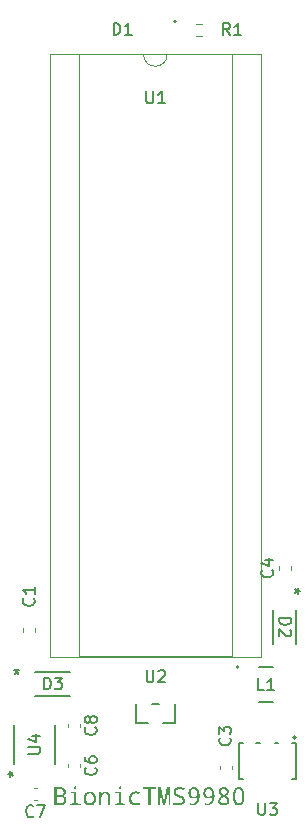
<source format=gbr>
G04 #@! TF.GenerationSoftware,KiCad,Pcbnew,8.0.4+dfsg-1*
G04 #@! TF.CreationDate,2025-03-02T18:02:47+09:00*
G04 #@! TF.ProjectId,bionic-tms9980,62696f6e-6963-42d7-946d-73393938302e,2*
G04 #@! TF.SameCoordinates,Original*
G04 #@! TF.FileFunction,Legend,Top*
G04 #@! TF.FilePolarity,Positive*
%FSLAX46Y46*%
G04 Gerber Fmt 4.6, Leading zero omitted, Abs format (unit mm)*
G04 Created by KiCad (PCBNEW 8.0.4+dfsg-1) date 2025-03-02 18:02:47*
%MOMM*%
%LPD*%
G01*
G04 APERTURE LIST*
%ADD10C,0.150000*%
%ADD11C,0.120000*%
%ADD12C,0.152400*%
G04 APERTURE END LIST*
D10*
G36*
X105677245Y-135799063D02*
G01*
X105754051Y-135805637D01*
X105836229Y-135819311D01*
X105907512Y-135839297D01*
X105976902Y-135870590D01*
X106002101Y-135886631D01*
X106057880Y-135938219D01*
X106097722Y-136003592D01*
X106121627Y-136082750D01*
X106129471Y-136163321D01*
X106129596Y-136175692D01*
X106121689Y-136253373D01*
X106094726Y-136328904D01*
X106048629Y-136394045D01*
X105992444Y-136441622D01*
X105925096Y-136475819D01*
X105846585Y-136496634D01*
X105829543Y-136499192D01*
X105829543Y-136509450D01*
X105909743Y-136527127D01*
X105979249Y-136552315D01*
X106051094Y-136594361D01*
X106106231Y-136648142D01*
X106144660Y-136713658D01*
X106166381Y-136790909D01*
X106171727Y-136861160D01*
X106167104Y-136934481D01*
X106150021Y-137012274D01*
X106120351Y-137081722D01*
X106078093Y-137142826D01*
X106040203Y-137181362D01*
X105978245Y-137226615D01*
X105907137Y-137260753D01*
X105826877Y-137283776D01*
X105750799Y-137294664D01*
X105682265Y-137297500D01*
X105139313Y-137297500D01*
X105139313Y-137133735D01*
X105332021Y-137133735D01*
X105648193Y-137133735D01*
X105723326Y-137129355D01*
X105803155Y-137111565D01*
X105878289Y-137072152D01*
X105930882Y-137013033D01*
X105960935Y-136934207D01*
X105968762Y-136853466D01*
X105960613Y-136778635D01*
X105929323Y-136705580D01*
X105874566Y-136650788D01*
X105796342Y-136614261D01*
X105713228Y-136597772D01*
X105635004Y-136593714D01*
X105332021Y-136593714D01*
X105332021Y-137133735D01*
X105139313Y-137133735D01*
X105139313Y-136429949D01*
X105332021Y-136429949D01*
X105624379Y-136429949D01*
X105699347Y-136426446D01*
X105777728Y-136412213D01*
X105849307Y-136380683D01*
X105858852Y-136373895D01*
X105906531Y-136316259D01*
X105928968Y-136241589D01*
X105932492Y-136188515D01*
X105923184Y-136112822D01*
X105888184Y-136044465D01*
X105853723Y-136013759D01*
X105781664Y-135981387D01*
X105701779Y-135965824D01*
X105624889Y-135960844D01*
X105603863Y-135960636D01*
X105332021Y-135960636D01*
X105332021Y-136429949D01*
X105139313Y-136429949D01*
X105139313Y-135796871D01*
X105592872Y-135796871D01*
X105677245Y-135799063D01*
G37*
G36*
X106912516Y-135703082D02*
G01*
X106987148Y-135725452D01*
X107019987Y-135792561D01*
X107021693Y-135819952D01*
X107003351Y-135892080D01*
X106989086Y-135908613D01*
X106920722Y-135937301D01*
X106912516Y-135937555D01*
X106841117Y-135918146D01*
X106804933Y-135853832D01*
X106802240Y-135819952D01*
X106820440Y-135744284D01*
X106886670Y-135704908D01*
X106912516Y-135703082D01*
G37*
G36*
X106817994Y-136319307D02*
G01*
X106540656Y-136297691D01*
X106540656Y-136172028D01*
X107005206Y-136172028D01*
X107005206Y-137150221D01*
X107367907Y-137170737D01*
X107367907Y-137297500D01*
X106463353Y-137297500D01*
X106463353Y-137170737D01*
X106817994Y-137150221D01*
X106817994Y-136319307D01*
G37*
G36*
X108236949Y-136154197D02*
G01*
X108312589Y-136171044D01*
X108382510Y-136199122D01*
X108446712Y-136238432D01*
X108505196Y-136288973D01*
X108523420Y-136308316D01*
X108572102Y-136371900D01*
X108610712Y-136442852D01*
X108639249Y-136521171D01*
X108657715Y-136606857D01*
X108665409Y-136683890D01*
X108666668Y-136732566D01*
X108663216Y-136815148D01*
X108652858Y-136892077D01*
X108635595Y-136963354D01*
X108605765Y-137041424D01*
X108565992Y-137111354D01*
X108525252Y-137163410D01*
X108469060Y-137216948D01*
X108406275Y-137259409D01*
X108336894Y-137290793D01*
X108260920Y-137311101D01*
X108178350Y-137320331D01*
X108149362Y-137320947D01*
X108068600Y-137315318D01*
X107993376Y-137298433D01*
X107923691Y-137270290D01*
X107859545Y-137230890D01*
X107800936Y-137180233D01*
X107782631Y-137160846D01*
X107733825Y-137096896D01*
X107695116Y-137025400D01*
X107666505Y-136946355D01*
X107650376Y-136874719D01*
X107641260Y-136797842D01*
X107639016Y-136732566D01*
X107832823Y-136732566D01*
X107835641Y-136809890D01*
X107848163Y-136901157D01*
X107870703Y-136978904D01*
X107912965Y-137057073D01*
X107970880Y-137114115D01*
X108044448Y-137150031D01*
X108133669Y-137164819D01*
X108153392Y-137165242D01*
X108228267Y-137158481D01*
X108307823Y-137131017D01*
X108371779Y-137082425D01*
X108420136Y-137012707D01*
X108447591Y-136941721D01*
X108465062Y-136857214D01*
X108472549Y-136759186D01*
X108472861Y-136732566D01*
X108470034Y-136656028D01*
X108457469Y-136565687D01*
X108434852Y-136488731D01*
X108392444Y-136411356D01*
X108334331Y-136354893D01*
X108260510Y-136319343D01*
X108170984Y-136304704D01*
X108151194Y-136304286D01*
X108076575Y-136310978D01*
X107997294Y-136338164D01*
X107933557Y-136386261D01*
X107885367Y-136455271D01*
X107858007Y-136525536D01*
X107840596Y-136609184D01*
X107833134Y-136706217D01*
X107832823Y-136732566D01*
X107639016Y-136732566D01*
X107642424Y-136650749D01*
X107652648Y-136574514D01*
X107673913Y-136490399D01*
X107704992Y-136414321D01*
X107745886Y-136346280D01*
X107778601Y-136305385D01*
X107834384Y-136252096D01*
X107897046Y-136209833D01*
X107966585Y-136178594D01*
X108043002Y-136158381D01*
X108126297Y-136149194D01*
X108155590Y-136148581D01*
X108236949Y-136154197D01*
G37*
G36*
X109695053Y-137297500D02*
G01*
X109695053Y-136571366D01*
X109689069Y-136494424D01*
X109666091Y-136419308D01*
X109617502Y-136355407D01*
X109545457Y-136317066D01*
X109465034Y-136304547D01*
X109449955Y-136304286D01*
X109375766Y-136310674D01*
X109296941Y-136336628D01*
X109233571Y-136382545D01*
X109185657Y-136448426D01*
X109153200Y-136534271D01*
X109138362Y-136617321D01*
X109133416Y-136713148D01*
X109133416Y-137297500D01*
X108945838Y-137297500D01*
X108945838Y-136172028D01*
X109097146Y-136172028D01*
X109124990Y-136321871D01*
X109135248Y-136321871D01*
X109179804Y-136262980D01*
X109243703Y-136209673D01*
X109320434Y-136172950D01*
X109396417Y-136154673D01*
X109481829Y-136148581D01*
X109575767Y-136155021D01*
X109657180Y-136174341D01*
X109726068Y-136206541D01*
X109794564Y-136264904D01*
X109835271Y-136326084D01*
X109863452Y-136400144D01*
X109879108Y-136487083D01*
X109882631Y-136560741D01*
X109882631Y-137297500D01*
X109695053Y-137297500D01*
G37*
G36*
X110693395Y-135703082D02*
G01*
X110768028Y-135725452D01*
X110800866Y-135792561D01*
X110802572Y-135819952D01*
X110784231Y-135892080D01*
X110769965Y-135908613D01*
X110701601Y-135937301D01*
X110693395Y-135937555D01*
X110621996Y-135918146D01*
X110585812Y-135853832D01*
X110583120Y-135819952D01*
X110601319Y-135744284D01*
X110667549Y-135704908D01*
X110693395Y-135703082D01*
G37*
G36*
X110598873Y-136319307D02*
G01*
X110321536Y-136297691D01*
X110321536Y-136172028D01*
X110786085Y-136172028D01*
X110786085Y-137150221D01*
X111148786Y-137170737D01*
X111148786Y-137297500D01*
X110244233Y-137297500D01*
X110244233Y-137170737D01*
X110598873Y-137150221D01*
X110598873Y-136319307D01*
G37*
G36*
X112394791Y-136209398D02*
G01*
X112331044Y-136372063D01*
X112255801Y-136345937D01*
X112184681Y-136327275D01*
X112109597Y-136315204D01*
X112054805Y-136312346D01*
X111965246Y-136319004D01*
X111887628Y-136338976D01*
X111821952Y-136372264D01*
X111756648Y-136432598D01*
X111717840Y-136495844D01*
X111690972Y-136572406D01*
X111676045Y-136662282D01*
X111672687Y-136738428D01*
X111675955Y-136813264D01*
X111690481Y-136901595D01*
X111716627Y-136976840D01*
X111765652Y-137052493D01*
X111832834Y-137107700D01*
X111918172Y-137142460D01*
X111999517Y-137155546D01*
X112044547Y-137157182D01*
X112125948Y-137153198D01*
X112208220Y-137141245D01*
X112280921Y-137124250D01*
X112354289Y-137101154D01*
X112375374Y-137093435D01*
X112375374Y-137258299D01*
X112302398Y-137285707D01*
X112221592Y-137305285D01*
X112144463Y-137315991D01*
X112061338Y-137320702D01*
X112036487Y-137320947D01*
X111956600Y-137317289D01*
X111882492Y-137306314D01*
X111801189Y-137283486D01*
X111728207Y-137250123D01*
X111663545Y-137206223D01*
X111625060Y-137171104D01*
X111575381Y-137110327D01*
X111535982Y-137040380D01*
X111506860Y-136961263D01*
X111490443Y-136888326D01*
X111481164Y-136809021D01*
X111478880Y-136740992D01*
X111482530Y-136653918D01*
X111493478Y-136573588D01*
X111511724Y-136500002D01*
X111543254Y-136420601D01*
X111585295Y-136350912D01*
X111628357Y-136300256D01*
X111688674Y-136248710D01*
X111757517Y-136207829D01*
X111834888Y-136177613D01*
X111920784Y-136158061D01*
X111998878Y-136149914D01*
X112048577Y-136148581D01*
X112127880Y-136151491D01*
X112205185Y-136160222D01*
X112280491Y-136174773D01*
X112353798Y-136195144D01*
X112394791Y-136209398D01*
G37*
G36*
X113290185Y-137297500D02*
G01*
X113097844Y-137297500D01*
X113097844Y-135965765D01*
X112667000Y-135965765D01*
X112667000Y-135796871D01*
X113719931Y-135796871D01*
X113719931Y-135965765D01*
X113290185Y-135965765D01*
X113290185Y-137297500D01*
G37*
G36*
X114370227Y-137297500D02*
G01*
X114084097Y-135984450D01*
X114075670Y-135978588D01*
X114081053Y-136061059D01*
X114085523Y-136137198D01*
X114089684Y-136220205D01*
X114092530Y-136294094D01*
X114094191Y-136368771D01*
X114094355Y-136396976D01*
X114094355Y-137297500D01*
X113938650Y-137297500D01*
X113938650Y-135796871D01*
X114193273Y-135796871D01*
X114448629Y-137019429D01*
X114454857Y-137019429D01*
X114712411Y-135796871D01*
X114972164Y-135796871D01*
X114972164Y-137297500D01*
X114814261Y-137297500D01*
X114814261Y-136383787D01*
X114815420Y-136309399D01*
X114817924Y-136230464D01*
X114821187Y-136148126D01*
X114824693Y-136069161D01*
X114828915Y-135980786D01*
X114820855Y-135980786D01*
X114529229Y-137297500D01*
X114370227Y-137297500D01*
G37*
G36*
X115227886Y-137250605D02*
G01*
X115227886Y-137068888D01*
X115309073Y-137098894D01*
X115389693Y-137122692D01*
X115469746Y-137140282D01*
X115549233Y-137151664D01*
X115628153Y-137156837D01*
X115654334Y-137157182D01*
X115738827Y-137153289D01*
X115812054Y-137141612D01*
X115887745Y-137116066D01*
X115955339Y-137069355D01*
X115997586Y-137005127D01*
X116014484Y-136923381D01*
X116014836Y-136908054D01*
X116004635Y-136834776D01*
X115966948Y-136766865D01*
X115942296Y-136743557D01*
X115874805Y-136701250D01*
X115803588Y-136667326D01*
X115725982Y-136635465D01*
X115648106Y-136606536D01*
X115571985Y-136577217D01*
X115504365Y-136545863D01*
X115436219Y-136506711D01*
X115372506Y-136458574D01*
X115340360Y-136426652D01*
X115295376Y-136362992D01*
X115265115Y-136289480D01*
X115250575Y-136215863D01*
X115247303Y-136155542D01*
X115253632Y-136080880D01*
X115276364Y-136004653D01*
X115315628Y-135938135D01*
X115371424Y-135881326D01*
X115379561Y-135874907D01*
X115442282Y-135835364D01*
X115514400Y-135805534D01*
X115595914Y-135785416D01*
X115673263Y-135775902D01*
X115742994Y-135773424D01*
X115829951Y-135776245D01*
X115913869Y-135784707D01*
X115994746Y-135798811D01*
X116072584Y-135818556D01*
X116147383Y-135843942D01*
X116171640Y-135853658D01*
X116105695Y-136022918D01*
X116032034Y-135995527D01*
X115960254Y-135973802D01*
X115878887Y-135955620D01*
X115800080Y-135945152D01*
X115734568Y-135942318D01*
X115647599Y-135947568D01*
X115575371Y-135963320D01*
X115508155Y-135996082D01*
X115456563Y-136053416D01*
X115433863Y-136131332D01*
X115432683Y-136157374D01*
X115442163Y-136230412D01*
X115477185Y-136300907D01*
X115500095Y-136326268D01*
X115563453Y-136371220D01*
X115630904Y-136405326D01*
X115704687Y-136436146D01*
X115778898Y-136463288D01*
X115854010Y-136491710D01*
X115933282Y-136526194D01*
X116000704Y-136561090D01*
X116064387Y-136602323D01*
X116117418Y-136650134D01*
X116162241Y-136715722D01*
X116190462Y-136792043D01*
X116201668Y-136869909D01*
X116202415Y-136897796D01*
X116195578Y-136980140D01*
X116175066Y-137054384D01*
X116140881Y-137120529D01*
X116093021Y-137178574D01*
X116059533Y-137208107D01*
X115991432Y-137252075D01*
X115923906Y-137281166D01*
X115847932Y-137302324D01*
X115763508Y-137315547D01*
X115686700Y-137320506D01*
X115654334Y-137320947D01*
X115571956Y-137319229D01*
X115495409Y-137314077D01*
X115411251Y-137303361D01*
X115335491Y-137287699D01*
X115257718Y-137263176D01*
X115227886Y-137250605D01*
G37*
G36*
X117040552Y-135779619D02*
G01*
X117115526Y-135798205D01*
X117183880Y-135829182D01*
X117245614Y-135872549D01*
X117300728Y-135928306D01*
X117317628Y-135949645D01*
X117362699Y-136020382D01*
X117398445Y-136100702D01*
X117421111Y-136174955D01*
X117437300Y-136255863D01*
X117447014Y-136343425D01*
X117450122Y-136418267D01*
X117450252Y-136437643D01*
X117447681Y-136544605D01*
X117439970Y-136644667D01*
X117427119Y-136737828D01*
X117409127Y-136824088D01*
X117385995Y-136903448D01*
X117357722Y-136975906D01*
X117324308Y-137041464D01*
X117264549Y-137126861D01*
X117193224Y-137196732D01*
X117110333Y-137251076D01*
X117015875Y-137289893D01*
X116909851Y-137313183D01*
X116832743Y-137320084D01*
X116792261Y-137320947D01*
X116716493Y-137318319D01*
X116642161Y-137308612D01*
X116614941Y-137302262D01*
X116614941Y-137141795D01*
X116686838Y-137164673D01*
X116761000Y-137173170D01*
X116786033Y-137173668D01*
X116868418Y-137168491D01*
X116942740Y-137152957D01*
X117019258Y-137121747D01*
X117084802Y-137076442D01*
X117132247Y-137026390D01*
X117177991Y-136953716D01*
X117209135Y-136878308D01*
X117229401Y-136806219D01*
X117244498Y-136725723D01*
X117254424Y-136636819D01*
X117258643Y-136559642D01*
X117246187Y-136559642D01*
X117197195Y-136627878D01*
X117136772Y-136679354D01*
X117064920Y-136714071D01*
X116981637Y-136732028D01*
X116928915Y-136734764D01*
X116845662Y-136728961D01*
X116770614Y-136711553D01*
X116694891Y-136677447D01*
X116629885Y-136628182D01*
X116615307Y-136613497D01*
X116565459Y-136547094D01*
X116533525Y-136479524D01*
X116512495Y-136403118D01*
X116502369Y-136317877D01*
X116501387Y-136279373D01*
X116682718Y-136279373D01*
X116688283Y-136357416D01*
X116707517Y-136431419D01*
X116744542Y-136497367D01*
X116753060Y-136507618D01*
X116814592Y-136556287D01*
X116885932Y-136581168D01*
X116954927Y-136587486D01*
X117032558Y-136579328D01*
X117101959Y-136554856D01*
X117163132Y-136514070D01*
X117174379Y-136503954D01*
X117224857Y-136443973D01*
X117256026Y-136372712D01*
X117263039Y-136315277D01*
X117257887Y-136240378D01*
X117239775Y-136162303D01*
X117208621Y-136090777D01*
X117180607Y-136046732D01*
X117129921Y-135991831D01*
X117063475Y-135951903D01*
X116986367Y-135934157D01*
X116961155Y-135933159D01*
X116884448Y-135941853D01*
X116813293Y-135971499D01*
X116755991Y-136022185D01*
X116717351Y-136085555D01*
X116694811Y-136155803D01*
X116684507Y-136228755D01*
X116682718Y-136279373D01*
X116501387Y-136279373D01*
X116501368Y-136278640D01*
X116505734Y-136194315D01*
X116518833Y-136116919D01*
X116540665Y-136046453D01*
X116577172Y-135973000D01*
X116625566Y-135908979D01*
X116683969Y-135856160D01*
X116750507Y-135816315D01*
X116825180Y-135789442D01*
X116907987Y-135775542D01*
X116958957Y-135773424D01*
X117040552Y-135779619D01*
G37*
G36*
X118300845Y-135779619D02*
G01*
X118375819Y-135798205D01*
X118444173Y-135829182D01*
X118505907Y-135872549D01*
X118561021Y-135928306D01*
X118577921Y-135949645D01*
X118622992Y-136020382D01*
X118658738Y-136100702D01*
X118681404Y-136174955D01*
X118697593Y-136255863D01*
X118707307Y-136343425D01*
X118710415Y-136418267D01*
X118710545Y-136437643D01*
X118707974Y-136544605D01*
X118700264Y-136644667D01*
X118687412Y-136737828D01*
X118669420Y-136824088D01*
X118646288Y-136903448D01*
X118618015Y-136975906D01*
X118584601Y-137041464D01*
X118524842Y-137126861D01*
X118453517Y-137196732D01*
X118370626Y-137251076D01*
X118276168Y-137289893D01*
X118170144Y-137313183D01*
X118093036Y-137320084D01*
X118052554Y-137320947D01*
X117976786Y-137318319D01*
X117902454Y-137308612D01*
X117875234Y-137302262D01*
X117875234Y-137141795D01*
X117947131Y-137164673D01*
X118021293Y-137173170D01*
X118046326Y-137173668D01*
X118128711Y-137168491D01*
X118203033Y-137152957D01*
X118279551Y-137121747D01*
X118345095Y-137076442D01*
X118392540Y-137026390D01*
X118438284Y-136953716D01*
X118469428Y-136878308D01*
X118489694Y-136806219D01*
X118504791Y-136725723D01*
X118514717Y-136636819D01*
X118518936Y-136559642D01*
X118506480Y-136559642D01*
X118457488Y-136627878D01*
X118397066Y-136679354D01*
X118325213Y-136714071D01*
X118241930Y-136732028D01*
X118189208Y-136734764D01*
X118105956Y-136728961D01*
X118030907Y-136711553D01*
X117955184Y-136677447D01*
X117890178Y-136628182D01*
X117875600Y-136613497D01*
X117825752Y-136547094D01*
X117793818Y-136479524D01*
X117772788Y-136403118D01*
X117762663Y-136317877D01*
X117761680Y-136279373D01*
X117943011Y-136279373D01*
X117948576Y-136357416D01*
X117967810Y-136431419D01*
X118004835Y-136497367D01*
X118013353Y-136507618D01*
X118074885Y-136556287D01*
X118146225Y-136581168D01*
X118215220Y-136587486D01*
X118292851Y-136579328D01*
X118362252Y-136554856D01*
X118423425Y-136514070D01*
X118434672Y-136503954D01*
X118485150Y-136443973D01*
X118516319Y-136372712D01*
X118523332Y-136315277D01*
X118518180Y-136240378D01*
X118500068Y-136162303D01*
X118468914Y-136090777D01*
X118440901Y-136046732D01*
X118390215Y-135991831D01*
X118323768Y-135951903D01*
X118246660Y-135934157D01*
X118221448Y-135933159D01*
X118144741Y-135941853D01*
X118073586Y-135971499D01*
X118016284Y-136022185D01*
X117977644Y-136085555D01*
X117955104Y-136155803D01*
X117944800Y-136228755D01*
X117943011Y-136279373D01*
X117761680Y-136279373D01*
X117761661Y-136278640D01*
X117766027Y-136194315D01*
X117779126Y-136116919D01*
X117800958Y-136046453D01*
X117837465Y-135973000D01*
X117885859Y-135908979D01*
X117944262Y-135856160D01*
X118010800Y-135816315D01*
X118085473Y-135789442D01*
X118168280Y-135775542D01*
X118219250Y-135773424D01*
X118300845Y-135779619D01*
G37*
G36*
X119575586Y-135778087D02*
G01*
X119648200Y-135792077D01*
X119722686Y-135819486D01*
X119788105Y-135859076D01*
X119803043Y-135870877D01*
X119854494Y-135923885D01*
X119894805Y-135993756D01*
X119915018Y-136064962D01*
X119920646Y-136134293D01*
X119911153Y-136219000D01*
X119882676Y-136296443D01*
X119835213Y-136366622D01*
X119781158Y-136419555D01*
X119713919Y-136467444D01*
X119650635Y-136502123D01*
X119725253Y-136544518D01*
X119789922Y-136589272D01*
X119856768Y-136648530D01*
X119908068Y-136711474D01*
X119943822Y-136778103D01*
X119966208Y-136862922D01*
X119969006Y-136907322D01*
X119962782Y-136985560D01*
X119944112Y-137056787D01*
X119907533Y-137129602D01*
X119854696Y-137193257D01*
X119838947Y-137207740D01*
X119778209Y-137251851D01*
X119709477Y-137285128D01*
X119632751Y-137307570D01*
X119548030Y-137319178D01*
X119496030Y-137320947D01*
X119416062Y-137317199D01*
X119342947Y-137305955D01*
X119266306Y-137283362D01*
X119198991Y-137250566D01*
X119148716Y-137214335D01*
X119094220Y-137155556D01*
X119055293Y-137086199D01*
X119031938Y-137006263D01*
X119024274Y-136927641D01*
X119024152Y-136915748D01*
X119024217Y-136915015D01*
X119207335Y-136915015D01*
X119217329Y-136998684D01*
X119254255Y-137074418D01*
X119318389Y-137126591D01*
X119395016Y-137152557D01*
X119474142Y-137160972D01*
X119491633Y-137161212D01*
X119565519Y-137155909D01*
X119642129Y-137135023D01*
X119708521Y-137094167D01*
X119755404Y-137036242D01*
X119780649Y-136963581D01*
X119785457Y-136906955D01*
X119773045Y-136830239D01*
X119735809Y-136761657D01*
X119720611Y-136743557D01*
X119665293Y-136693922D01*
X119604061Y-136652538D01*
X119537566Y-136615169D01*
X119500060Y-136596278D01*
X119469285Y-136581990D01*
X119393821Y-136622868D01*
X119331147Y-136667878D01*
X119272822Y-136727345D01*
X119232916Y-136792763D01*
X119211428Y-136864131D01*
X119207335Y-136915015D01*
X119024217Y-136915015D01*
X119031245Y-136836014D01*
X119052524Y-136762362D01*
X119087989Y-136694792D01*
X119137639Y-136633304D01*
X119201476Y-136577899D01*
X119279498Y-136528575D01*
X119314679Y-136510549D01*
X119244914Y-136461800D01*
X119186974Y-136409205D01*
X119133054Y-136341014D01*
X119096162Y-136267285D01*
X119076296Y-136188017D01*
X119073281Y-136143452D01*
X119256061Y-136143452D01*
X119265808Y-136218265D01*
X119297885Y-136286593D01*
X119306986Y-136298790D01*
X119363115Y-136350409D01*
X119426370Y-136390279D01*
X119498228Y-136426285D01*
X119567043Y-136391753D01*
X119634225Y-136345591D01*
X119691376Y-136285224D01*
X119725667Y-136217844D01*
X119737097Y-136143452D01*
X119726395Y-136068146D01*
X119687449Y-136001240D01*
X119672251Y-135987015D01*
X119606184Y-135950199D01*
X119528133Y-135934474D01*
X119493831Y-135933159D01*
X119418234Y-135940732D01*
X119345926Y-135968712D01*
X119320175Y-135987015D01*
X119274156Y-136048211D01*
X119256625Y-136124646D01*
X119256061Y-136143452D01*
X119073281Y-136143452D01*
X119072513Y-136132095D01*
X119080000Y-136053922D01*
X119106324Y-135976159D01*
X119151600Y-135909176D01*
X119192314Y-135870511D01*
X119256359Y-135828035D01*
X119328326Y-135797696D01*
X119408217Y-135779492D01*
X119484620Y-135773519D01*
X119496030Y-135773424D01*
X119575586Y-135778087D01*
G37*
G36*
X120839592Y-135780418D02*
G01*
X120916842Y-135801399D01*
X120985874Y-135836369D01*
X121046689Y-135885326D01*
X121099287Y-135948270D01*
X121114993Y-135972360D01*
X121150245Y-136038839D01*
X121179522Y-136113940D01*
X121202824Y-136197663D01*
X121217164Y-136270850D01*
X121227680Y-136349556D01*
X121234372Y-136433779D01*
X121237239Y-136523521D01*
X121237359Y-136546819D01*
X121235471Y-136640561D01*
X121229808Y-136728255D01*
X121220370Y-136809902D01*
X121207157Y-136885500D01*
X121180258Y-136987558D01*
X121144865Y-137076008D01*
X121100977Y-137150850D01*
X121048596Y-137212085D01*
X120987719Y-137259712D01*
X120918349Y-137293731D01*
X120840484Y-137314143D01*
X120754125Y-137320947D01*
X120669666Y-137313953D01*
X120593245Y-137292971D01*
X120524861Y-137258002D01*
X120464514Y-137209045D01*
X120412204Y-137146101D01*
X120396553Y-137122011D01*
X120361512Y-137055514D01*
X120332411Y-136980360D01*
X120309248Y-136896547D01*
X120294994Y-136823262D01*
X120284541Y-136744437D01*
X120277890Y-136660070D01*
X120275039Y-136570162D01*
X120274920Y-136546819D01*
X120274935Y-136546086D01*
X120465796Y-136546086D01*
X120466883Y-136625015D01*
X120470146Y-136698219D01*
X120477284Y-136781674D01*
X120487821Y-136856185D01*
X120504951Y-136933791D01*
X120531122Y-137008053D01*
X120535405Y-137017231D01*
X120575178Y-137080223D01*
X120631802Y-137129576D01*
X120701003Y-137156150D01*
X120754125Y-137161212D01*
X120833066Y-137149794D01*
X120899256Y-137115540D01*
X120952695Y-137058449D01*
X120976874Y-137016864D01*
X121004568Y-136944874D01*
X121022892Y-136869355D01*
X121034345Y-136796681D01*
X121042327Y-136715152D01*
X121046838Y-136624769D01*
X121047949Y-136546086D01*
X121046838Y-136467925D01*
X121042327Y-136378112D01*
X121034345Y-136297065D01*
X121020185Y-136211378D01*
X121001028Y-136138314D01*
X120976874Y-136077873D01*
X120936299Y-136014561D01*
X120878610Y-135964956D01*
X120808169Y-135938247D01*
X120754125Y-135933159D01*
X120676539Y-135944519D01*
X120611530Y-135978600D01*
X120559099Y-136035400D01*
X120535405Y-136076774D01*
X120508282Y-136148193D01*
X120490336Y-136223335D01*
X120479119Y-136295772D01*
X120471302Y-136377136D01*
X120466883Y-136467427D01*
X120465796Y-136546086D01*
X120274935Y-136546086D01*
X120276792Y-136453166D01*
X120282408Y-136365555D01*
X120291767Y-136283986D01*
X120304870Y-136208459D01*
X120331545Y-136106498D01*
X120366643Y-136018131D01*
X120410164Y-135943360D01*
X120462109Y-135882183D01*
X120522478Y-135834601D01*
X120591270Y-135800614D01*
X120668485Y-135780222D01*
X120754125Y-135773424D01*
X120839592Y-135780418D01*
G37*
X123576980Y-117410666D02*
X123624600Y-117458285D01*
X123624600Y-117458285D02*
X123672219Y-117601142D01*
X123672219Y-117601142D02*
X123672219Y-117696380D01*
X123672219Y-117696380D02*
X123624600Y-117839237D01*
X123624600Y-117839237D02*
X123529361Y-117934475D01*
X123529361Y-117934475D02*
X123434123Y-117982094D01*
X123434123Y-117982094D02*
X123243647Y-118029713D01*
X123243647Y-118029713D02*
X123100790Y-118029713D01*
X123100790Y-118029713D02*
X122910314Y-117982094D01*
X122910314Y-117982094D02*
X122815076Y-117934475D01*
X122815076Y-117934475D02*
X122719838Y-117839237D01*
X122719838Y-117839237D02*
X122672219Y-117696380D01*
X122672219Y-117696380D02*
X122672219Y-117601142D01*
X122672219Y-117601142D02*
X122719838Y-117458285D01*
X122719838Y-117458285D02*
X122767457Y-117410666D01*
X123005552Y-116553523D02*
X123672219Y-116553523D01*
X122624600Y-116791618D02*
X123338885Y-117029713D01*
X123338885Y-117029713D02*
X123338885Y-116410666D01*
X103373333Y-138228380D02*
X103325714Y-138276000D01*
X103325714Y-138276000D02*
X103182857Y-138323619D01*
X103182857Y-138323619D02*
X103087619Y-138323619D01*
X103087619Y-138323619D02*
X102944762Y-138276000D01*
X102944762Y-138276000D02*
X102849524Y-138180761D01*
X102849524Y-138180761D02*
X102801905Y-138085523D01*
X102801905Y-138085523D02*
X102754286Y-137895047D01*
X102754286Y-137895047D02*
X102754286Y-137752190D01*
X102754286Y-137752190D02*
X102801905Y-137561714D01*
X102801905Y-137561714D02*
X102849524Y-137466476D01*
X102849524Y-137466476D02*
X102944762Y-137371238D01*
X102944762Y-137371238D02*
X103087619Y-137323619D01*
X103087619Y-137323619D02*
X103182857Y-137323619D01*
X103182857Y-137323619D02*
X103325714Y-137371238D01*
X103325714Y-137371238D02*
X103373333Y-137418857D01*
X103706667Y-137323619D02*
X104373333Y-137323619D01*
X104373333Y-137323619D02*
X103944762Y-138323619D01*
X120003180Y-131610366D02*
X120050800Y-131657985D01*
X120050800Y-131657985D02*
X120098419Y-131800842D01*
X120098419Y-131800842D02*
X120098419Y-131896080D01*
X120098419Y-131896080D02*
X120050800Y-132038937D01*
X120050800Y-132038937D02*
X119955561Y-132134175D01*
X119955561Y-132134175D02*
X119860323Y-132181794D01*
X119860323Y-132181794D02*
X119669847Y-132229413D01*
X119669847Y-132229413D02*
X119526990Y-132229413D01*
X119526990Y-132229413D02*
X119336514Y-132181794D01*
X119336514Y-132181794D02*
X119241276Y-132134175D01*
X119241276Y-132134175D02*
X119146038Y-132038937D01*
X119146038Y-132038937D02*
X119098419Y-131896080D01*
X119098419Y-131896080D02*
X119098419Y-131800842D01*
X119098419Y-131800842D02*
X119146038Y-131657985D01*
X119146038Y-131657985D02*
X119193657Y-131610366D01*
X119098419Y-131277032D02*
X119098419Y-130657985D01*
X119098419Y-130657985D02*
X119479371Y-130991318D01*
X119479371Y-130991318D02*
X119479371Y-130848461D01*
X119479371Y-130848461D02*
X119526990Y-130753223D01*
X119526990Y-130753223D02*
X119574609Y-130705604D01*
X119574609Y-130705604D02*
X119669847Y-130657985D01*
X119669847Y-130657985D02*
X119907942Y-130657985D01*
X119907942Y-130657985D02*
X120003180Y-130705604D01*
X120003180Y-130705604D02*
X120050800Y-130753223D01*
X120050800Y-130753223D02*
X120098419Y-130848461D01*
X120098419Y-130848461D02*
X120098419Y-131134175D01*
X120098419Y-131134175D02*
X120050800Y-131229413D01*
X120050800Y-131229413D02*
X120003180Y-131277032D01*
X122412295Y-137145819D02*
X122412295Y-137955342D01*
X122412295Y-137955342D02*
X122459914Y-138050580D01*
X122459914Y-138050580D02*
X122507533Y-138098200D01*
X122507533Y-138098200D02*
X122602771Y-138145819D01*
X122602771Y-138145819D02*
X122793247Y-138145819D01*
X122793247Y-138145819D02*
X122888485Y-138098200D01*
X122888485Y-138098200D02*
X122936104Y-138050580D01*
X122936104Y-138050580D02*
X122983723Y-137955342D01*
X122983723Y-137955342D02*
X122983723Y-137145819D01*
X123364676Y-137145819D02*
X123983723Y-137145819D01*
X123983723Y-137145819D02*
X123650390Y-137526771D01*
X123650390Y-137526771D02*
X123793247Y-137526771D01*
X123793247Y-137526771D02*
X123888485Y-137574390D01*
X123888485Y-137574390D02*
X123936104Y-137622009D01*
X123936104Y-137622009D02*
X123983723Y-137717247D01*
X123983723Y-137717247D02*
X123983723Y-137955342D01*
X123983723Y-137955342D02*
X123936104Y-138050580D01*
X123936104Y-138050580D02*
X123888485Y-138098200D01*
X123888485Y-138098200D02*
X123793247Y-138145819D01*
X123793247Y-138145819D02*
X123507533Y-138145819D01*
X123507533Y-138145819D02*
X123412295Y-138098200D01*
X123412295Y-138098200D02*
X123364676Y-138050580D01*
X108631580Y-130720266D02*
X108679200Y-130767885D01*
X108679200Y-130767885D02*
X108726819Y-130910742D01*
X108726819Y-130910742D02*
X108726819Y-131005980D01*
X108726819Y-131005980D02*
X108679200Y-131148837D01*
X108679200Y-131148837D02*
X108583961Y-131244075D01*
X108583961Y-131244075D02*
X108488723Y-131291694D01*
X108488723Y-131291694D02*
X108298247Y-131339313D01*
X108298247Y-131339313D02*
X108155390Y-131339313D01*
X108155390Y-131339313D02*
X107964914Y-131291694D01*
X107964914Y-131291694D02*
X107869676Y-131244075D01*
X107869676Y-131244075D02*
X107774438Y-131148837D01*
X107774438Y-131148837D02*
X107726819Y-131005980D01*
X107726819Y-131005980D02*
X107726819Y-130910742D01*
X107726819Y-130910742D02*
X107774438Y-130767885D01*
X107774438Y-130767885D02*
X107822057Y-130720266D01*
X108155390Y-130148837D02*
X108107771Y-130244075D01*
X108107771Y-130244075D02*
X108060152Y-130291694D01*
X108060152Y-130291694D02*
X107964914Y-130339313D01*
X107964914Y-130339313D02*
X107917295Y-130339313D01*
X107917295Y-130339313D02*
X107822057Y-130291694D01*
X107822057Y-130291694D02*
X107774438Y-130244075D01*
X107774438Y-130244075D02*
X107726819Y-130148837D01*
X107726819Y-130148837D02*
X107726819Y-129958361D01*
X107726819Y-129958361D02*
X107774438Y-129863123D01*
X107774438Y-129863123D02*
X107822057Y-129815504D01*
X107822057Y-129815504D02*
X107917295Y-129767885D01*
X107917295Y-129767885D02*
X107964914Y-129767885D01*
X107964914Y-129767885D02*
X108060152Y-129815504D01*
X108060152Y-129815504D02*
X108107771Y-129863123D01*
X108107771Y-129863123D02*
X108155390Y-129958361D01*
X108155390Y-129958361D02*
X108155390Y-130148837D01*
X108155390Y-130148837D02*
X108203009Y-130244075D01*
X108203009Y-130244075D02*
X108250628Y-130291694D01*
X108250628Y-130291694D02*
X108345866Y-130339313D01*
X108345866Y-130339313D02*
X108536342Y-130339313D01*
X108536342Y-130339313D02*
X108631580Y-130291694D01*
X108631580Y-130291694D02*
X108679200Y-130244075D01*
X108679200Y-130244075D02*
X108726819Y-130148837D01*
X108726819Y-130148837D02*
X108726819Y-129958361D01*
X108726819Y-129958361D02*
X108679200Y-129863123D01*
X108679200Y-129863123D02*
X108631580Y-129815504D01*
X108631580Y-129815504D02*
X108536342Y-129767885D01*
X108536342Y-129767885D02*
X108345866Y-129767885D01*
X108345866Y-129767885D02*
X108250628Y-129815504D01*
X108250628Y-129815504D02*
X108203009Y-129863123D01*
X108203009Y-129863123D02*
X108155390Y-129958361D01*
X120010333Y-72105819D02*
X119677000Y-71629628D01*
X119438905Y-72105819D02*
X119438905Y-71105819D01*
X119438905Y-71105819D02*
X119819857Y-71105819D01*
X119819857Y-71105819D02*
X119915095Y-71153438D01*
X119915095Y-71153438D02*
X119962714Y-71201057D01*
X119962714Y-71201057D02*
X120010333Y-71296295D01*
X120010333Y-71296295D02*
X120010333Y-71439152D01*
X120010333Y-71439152D02*
X119962714Y-71534390D01*
X119962714Y-71534390D02*
X119915095Y-71582009D01*
X119915095Y-71582009D02*
X119819857Y-71629628D01*
X119819857Y-71629628D02*
X119438905Y-71629628D01*
X120962714Y-72105819D02*
X120391286Y-72105819D01*
X120677000Y-72105819D02*
X120677000Y-71105819D01*
X120677000Y-71105819D02*
X120581762Y-71248676D01*
X120581762Y-71248676D02*
X120486524Y-71343914D01*
X120486524Y-71343914D02*
X120391286Y-71391533D01*
X110167905Y-72080419D02*
X110167905Y-71080419D01*
X110167905Y-71080419D02*
X110406000Y-71080419D01*
X110406000Y-71080419D02*
X110548857Y-71128038D01*
X110548857Y-71128038D02*
X110644095Y-71223276D01*
X110644095Y-71223276D02*
X110691714Y-71318514D01*
X110691714Y-71318514D02*
X110739333Y-71508990D01*
X110739333Y-71508990D02*
X110739333Y-71651847D01*
X110739333Y-71651847D02*
X110691714Y-71842323D01*
X110691714Y-71842323D02*
X110644095Y-71937561D01*
X110644095Y-71937561D02*
X110548857Y-72032800D01*
X110548857Y-72032800D02*
X110406000Y-72080419D01*
X110406000Y-72080419D02*
X110167905Y-72080419D01*
X111691714Y-72080419D02*
X111120286Y-72080419D01*
X111406000Y-72080419D02*
X111406000Y-71080419D01*
X111406000Y-71080419D02*
X111310762Y-71223276D01*
X111310762Y-71223276D02*
X111215524Y-71318514D01*
X111215524Y-71318514D02*
X111120286Y-71366133D01*
X103391580Y-119798266D02*
X103439200Y-119845885D01*
X103439200Y-119845885D02*
X103486819Y-119988742D01*
X103486819Y-119988742D02*
X103486819Y-120083980D01*
X103486819Y-120083980D02*
X103439200Y-120226837D01*
X103439200Y-120226837D02*
X103343961Y-120322075D01*
X103343961Y-120322075D02*
X103248723Y-120369694D01*
X103248723Y-120369694D02*
X103058247Y-120417313D01*
X103058247Y-120417313D02*
X102915390Y-120417313D01*
X102915390Y-120417313D02*
X102724914Y-120369694D01*
X102724914Y-120369694D02*
X102629676Y-120322075D01*
X102629676Y-120322075D02*
X102534438Y-120226837D01*
X102534438Y-120226837D02*
X102486819Y-120083980D01*
X102486819Y-120083980D02*
X102486819Y-119988742D01*
X102486819Y-119988742D02*
X102534438Y-119845885D01*
X102534438Y-119845885D02*
X102582057Y-119798266D01*
X103486819Y-118845885D02*
X103486819Y-119417313D01*
X103486819Y-119131599D02*
X102486819Y-119131599D01*
X102486819Y-119131599D02*
X102629676Y-119226837D01*
X102629676Y-119226837D02*
X102724914Y-119322075D01*
X102724914Y-119322075D02*
X102772533Y-119417313D01*
X122905933Y-127554019D02*
X122429743Y-127554019D01*
X122429743Y-127554019D02*
X122429743Y-126554019D01*
X123763076Y-127554019D02*
X123191648Y-127554019D01*
X123477362Y-127554019D02*
X123477362Y-126554019D01*
X123477362Y-126554019D02*
X123382124Y-126696876D01*
X123382124Y-126696876D02*
X123286886Y-126792114D01*
X123286886Y-126792114D02*
X123191648Y-126839733D01*
X112953294Y-125893619D02*
X112953294Y-126703142D01*
X112953294Y-126703142D02*
X113000913Y-126798380D01*
X113000913Y-126798380D02*
X113048532Y-126846000D01*
X113048532Y-126846000D02*
X113143770Y-126893619D01*
X113143770Y-126893619D02*
X113334246Y-126893619D01*
X113334246Y-126893619D02*
X113429484Y-126846000D01*
X113429484Y-126846000D02*
X113477103Y-126798380D01*
X113477103Y-126798380D02*
X113524722Y-126703142D01*
X113524722Y-126703142D02*
X113524722Y-125893619D01*
X113953294Y-125988857D02*
X114000913Y-125941238D01*
X114000913Y-125941238D02*
X114096151Y-125893619D01*
X114096151Y-125893619D02*
X114334246Y-125893619D01*
X114334246Y-125893619D02*
X114429484Y-125941238D01*
X114429484Y-125941238D02*
X114477103Y-125988857D01*
X114477103Y-125988857D02*
X114524722Y-126084095D01*
X114524722Y-126084095D02*
X114524722Y-126179333D01*
X114524722Y-126179333D02*
X114477103Y-126322190D01*
X114477103Y-126322190D02*
X113905675Y-126893619D01*
X113905675Y-126893619D02*
X114524722Y-126893619D01*
X104262405Y-127503219D02*
X104262405Y-126503219D01*
X104262405Y-126503219D02*
X104500500Y-126503219D01*
X104500500Y-126503219D02*
X104643357Y-126550838D01*
X104643357Y-126550838D02*
X104738595Y-126646076D01*
X104738595Y-126646076D02*
X104786214Y-126741314D01*
X104786214Y-126741314D02*
X104833833Y-126931790D01*
X104833833Y-126931790D02*
X104833833Y-127074647D01*
X104833833Y-127074647D02*
X104786214Y-127265123D01*
X104786214Y-127265123D02*
X104738595Y-127360361D01*
X104738595Y-127360361D02*
X104643357Y-127455600D01*
X104643357Y-127455600D02*
X104500500Y-127503219D01*
X104500500Y-127503219D02*
X104262405Y-127503219D01*
X105167167Y-126503219D02*
X105786214Y-126503219D01*
X105786214Y-126503219D02*
X105452881Y-126884171D01*
X105452881Y-126884171D02*
X105595738Y-126884171D01*
X105595738Y-126884171D02*
X105690976Y-126931790D01*
X105690976Y-126931790D02*
X105738595Y-126979409D01*
X105738595Y-126979409D02*
X105786214Y-127074647D01*
X105786214Y-127074647D02*
X105786214Y-127312742D01*
X105786214Y-127312742D02*
X105738595Y-127407980D01*
X105738595Y-127407980D02*
X105690976Y-127455600D01*
X105690976Y-127455600D02*
X105595738Y-127503219D01*
X105595738Y-127503219D02*
X105310024Y-127503219D01*
X105310024Y-127503219D02*
X105214786Y-127455600D01*
X105214786Y-127455600D02*
X105167167Y-127407980D01*
X101952500Y-125741219D02*
X101952500Y-125979314D01*
X101714405Y-125884076D02*
X101952500Y-125979314D01*
X101952500Y-125979314D02*
X102190595Y-125884076D01*
X101809643Y-126169790D02*
X101952500Y-125979314D01*
X101952500Y-125979314D02*
X102095357Y-126169790D01*
X112938095Y-76871619D02*
X112938095Y-77681142D01*
X112938095Y-77681142D02*
X112985714Y-77776380D01*
X112985714Y-77776380D02*
X113033333Y-77824000D01*
X113033333Y-77824000D02*
X113128571Y-77871619D01*
X113128571Y-77871619D02*
X113319047Y-77871619D01*
X113319047Y-77871619D02*
X113414285Y-77824000D01*
X113414285Y-77824000D02*
X113461904Y-77776380D01*
X113461904Y-77776380D02*
X113509523Y-77681142D01*
X113509523Y-77681142D02*
X113509523Y-76871619D01*
X114509523Y-77871619D02*
X113938095Y-77871619D01*
X114223809Y-77871619D02*
X114223809Y-76871619D01*
X114223809Y-76871619D02*
X114128571Y-77014476D01*
X114128571Y-77014476D02*
X114033333Y-77109714D01*
X114033333Y-77109714D02*
X113938095Y-77157333D01*
X108631580Y-134124966D02*
X108679200Y-134172585D01*
X108679200Y-134172585D02*
X108726819Y-134315442D01*
X108726819Y-134315442D02*
X108726819Y-134410680D01*
X108726819Y-134410680D02*
X108679200Y-134553537D01*
X108679200Y-134553537D02*
X108583961Y-134648775D01*
X108583961Y-134648775D02*
X108488723Y-134696394D01*
X108488723Y-134696394D02*
X108298247Y-134744013D01*
X108298247Y-134744013D02*
X108155390Y-134744013D01*
X108155390Y-134744013D02*
X107964914Y-134696394D01*
X107964914Y-134696394D02*
X107869676Y-134648775D01*
X107869676Y-134648775D02*
X107774438Y-134553537D01*
X107774438Y-134553537D02*
X107726819Y-134410680D01*
X107726819Y-134410680D02*
X107726819Y-134315442D01*
X107726819Y-134315442D02*
X107774438Y-134172585D01*
X107774438Y-134172585D02*
X107822057Y-134124966D01*
X107726819Y-133267823D02*
X107726819Y-133458299D01*
X107726819Y-133458299D02*
X107774438Y-133553537D01*
X107774438Y-133553537D02*
X107822057Y-133601156D01*
X107822057Y-133601156D02*
X107964914Y-133696394D01*
X107964914Y-133696394D02*
X108155390Y-133744013D01*
X108155390Y-133744013D02*
X108536342Y-133744013D01*
X108536342Y-133744013D02*
X108631580Y-133696394D01*
X108631580Y-133696394D02*
X108679200Y-133648775D01*
X108679200Y-133648775D02*
X108726819Y-133553537D01*
X108726819Y-133553537D02*
X108726819Y-133363061D01*
X108726819Y-133363061D02*
X108679200Y-133267823D01*
X108679200Y-133267823D02*
X108631580Y-133220204D01*
X108631580Y-133220204D02*
X108536342Y-133172585D01*
X108536342Y-133172585D02*
X108298247Y-133172585D01*
X108298247Y-133172585D02*
X108203009Y-133220204D01*
X108203009Y-133220204D02*
X108155390Y-133267823D01*
X108155390Y-133267823D02*
X108107771Y-133363061D01*
X108107771Y-133363061D02*
X108107771Y-133553537D01*
X108107771Y-133553537D02*
X108155390Y-133648775D01*
X108155390Y-133648775D02*
X108203009Y-133696394D01*
X108203009Y-133696394D02*
X108298247Y-133744013D01*
X124192580Y-121484305D02*
X125192580Y-121484305D01*
X125192580Y-121484305D02*
X125192580Y-121722400D01*
X125192580Y-121722400D02*
X125144961Y-121865257D01*
X125144961Y-121865257D02*
X125049723Y-121960495D01*
X125049723Y-121960495D02*
X124954485Y-122008114D01*
X124954485Y-122008114D02*
X124764009Y-122055733D01*
X124764009Y-122055733D02*
X124621152Y-122055733D01*
X124621152Y-122055733D02*
X124430676Y-122008114D01*
X124430676Y-122008114D02*
X124335438Y-121960495D01*
X124335438Y-121960495D02*
X124240200Y-121865257D01*
X124240200Y-121865257D02*
X124192580Y-121722400D01*
X124192580Y-121722400D02*
X124192580Y-121484305D01*
X125097342Y-122436686D02*
X125144961Y-122484305D01*
X125144961Y-122484305D02*
X125192580Y-122579543D01*
X125192580Y-122579543D02*
X125192580Y-122817638D01*
X125192580Y-122817638D02*
X125144961Y-122912876D01*
X125144961Y-122912876D02*
X125097342Y-122960495D01*
X125097342Y-122960495D02*
X125002104Y-123008114D01*
X125002104Y-123008114D02*
X124906866Y-123008114D01*
X124906866Y-123008114D02*
X124764009Y-122960495D01*
X124764009Y-122960495D02*
X124192580Y-122389067D01*
X124192580Y-122389067D02*
X124192580Y-123008114D01*
X125954580Y-119174400D02*
X125716485Y-119174400D01*
X125811723Y-118936305D02*
X125716485Y-119174400D01*
X125716485Y-119174400D02*
X125811723Y-119412495D01*
X125526009Y-119031543D02*
X125716485Y-119174400D01*
X125716485Y-119174400D02*
X125526009Y-119317257D01*
X102944019Y-132941104D02*
X103753542Y-132941104D01*
X103753542Y-132941104D02*
X103848780Y-132893485D01*
X103848780Y-132893485D02*
X103896400Y-132845866D01*
X103896400Y-132845866D02*
X103944019Y-132750628D01*
X103944019Y-132750628D02*
X103944019Y-132560152D01*
X103944019Y-132560152D02*
X103896400Y-132464914D01*
X103896400Y-132464914D02*
X103848780Y-132417295D01*
X103848780Y-132417295D02*
X103753542Y-132369676D01*
X103753542Y-132369676D02*
X102944019Y-132369676D01*
X103277352Y-131464914D02*
X103944019Y-131464914D01*
X102896400Y-131703009D02*
X103610685Y-131941104D01*
X103610685Y-131941104D02*
X103610685Y-131322057D01*
X101244019Y-134679199D02*
X101482114Y-134679199D01*
X101386876Y-134917294D02*
X101482114Y-134679199D01*
X101482114Y-134679199D02*
X101386876Y-134441104D01*
X101672590Y-134822056D02*
X101482114Y-134679199D01*
X101482114Y-134679199D02*
X101672590Y-134536342D01*
D11*
X124137400Y-117390267D02*
X124137400Y-117097733D01*
X125157400Y-117390267D02*
X125157400Y-117097733D01*
X103394833Y-135885600D02*
X103687367Y-135885600D01*
X103394833Y-136905600D02*
X103687367Y-136905600D01*
X119133600Y-134256967D02*
X119133600Y-133964433D01*
X120153600Y-134256967D02*
X120153600Y-133964433D01*
D12*
X120747100Y-132021800D02*
X120747100Y-135069800D01*
X120747100Y-135069800D02*
X121098760Y-135069800D01*
X121098760Y-132021800D02*
X120747100Y-132021800D01*
X122537135Y-132021800D02*
X122246840Y-132021800D01*
X124098760Y-132021800D02*
X123808465Y-132021800D01*
X125246840Y-135069800D02*
X125598500Y-135069800D01*
X125598500Y-132021800D02*
X125246840Y-132021800D01*
X125598500Y-135069800D02*
X125598500Y-132021800D01*
X125599800Y-131545800D02*
G75*
G02*
X125345800Y-131545800I-127000J0D01*
G01*
X125345800Y-131545800D02*
G75*
G02*
X125599800Y-131545800I127000J0D01*
G01*
D11*
X106332000Y-130407333D02*
X106332000Y-130699867D01*
X107352000Y-130407333D02*
X107352000Y-130699867D01*
X117128276Y-71128500D02*
X117637724Y-71128500D01*
X117128276Y-72173500D02*
X117637724Y-72173500D01*
D12*
X115427200Y-70965200D02*
G75*
G02*
X115274800Y-70965200I-76200J0D01*
G01*
X115274800Y-70965200D02*
G75*
G02*
X115427200Y-70965200I76200J0D01*
G01*
D11*
X102522000Y-122622667D02*
X102522000Y-122330133D01*
X103542000Y-122622667D02*
X103542000Y-122330133D01*
D12*
X122500449Y-128572400D02*
X123644751Y-128572400D01*
X123644751Y-125626000D02*
X122500449Y-125626000D01*
X120748800Y-125599200D02*
G75*
G02*
X120596400Y-125599200I-76200J0D01*
G01*
X120596400Y-125599200D02*
G75*
G02*
X120748800Y-125599200I76200J0D01*
G01*
X112063199Y-128709800D02*
X112063199Y-130363800D01*
X112063199Y-130363800D02*
X113052259Y-130363800D01*
X114002260Y-128709800D02*
X113428138Y-128709800D01*
X114378139Y-130363800D02*
X115367199Y-130363800D01*
X115367199Y-130363800D02*
X115367199Y-128709800D01*
X103527300Y-128026300D02*
X106473700Y-128026300D01*
X106473700Y-126070500D02*
X103527300Y-126070500D01*
D11*
X104750000Y-73690000D02*
X104750000Y-124730000D01*
X104750000Y-124730000D02*
X122650000Y-124730000D01*
X107240000Y-73750000D02*
X107240000Y-124670000D01*
X107240000Y-124670000D02*
X120160000Y-124670000D01*
X112700000Y-73750000D02*
X107240000Y-73750000D01*
X120160000Y-73750000D02*
X114700000Y-73750000D01*
X120160000Y-124670000D02*
X120160000Y-73750000D01*
X122650000Y-73690000D02*
X104750000Y-73690000D01*
X122650000Y-124730000D02*
X122650000Y-73690000D01*
X114700000Y-73750000D02*
G75*
G02*
X112700000Y-73750000I-1000000J0D01*
G01*
X106332000Y-133812033D02*
X106332000Y-134104567D01*
X107352000Y-133812033D02*
X107352000Y-134104567D01*
D12*
X123669500Y-120749200D02*
X123669500Y-123695600D01*
X125625300Y-123695600D02*
X125625300Y-120749200D01*
X101762000Y-130553600D02*
X101762000Y-133804800D01*
X105216400Y-133804800D02*
X105216400Y-130553600D01*
M02*

</source>
